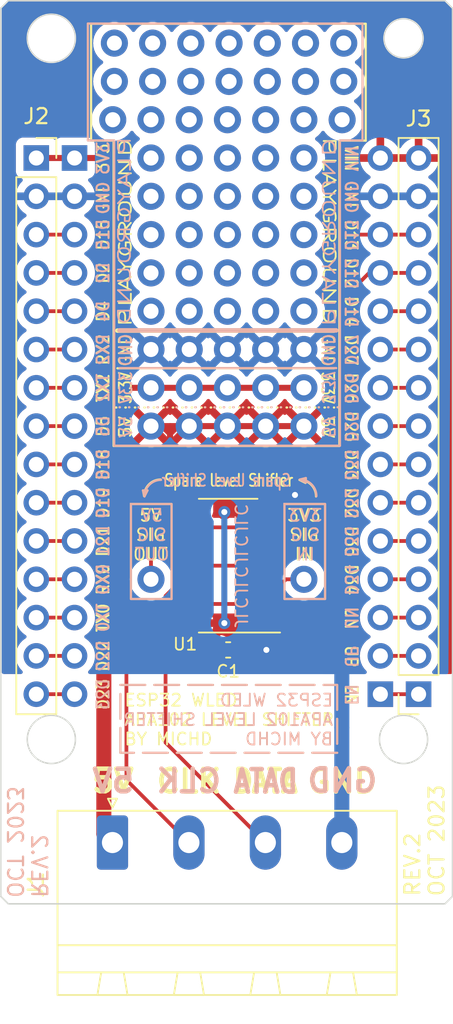
<source format=kicad_pcb>
(kicad_pcb (version 20221018) (generator pcbnew)
  (title_block (title "ESP32 WLED APA102 Level Shifter") (date "2023-10-08") (rev "2") (company "MichD"))
  (layers (0 "F.Cu" signal) (31 "B.Cu" signal) (34 "B.Paste" user) (35 "F.Paste" user) (36 "B.SilkS" user "B.Silkscreen") (37 "F.SilkS" user "F.Silkscreen") (38 "B.Mask" user) (39 "F.Mask" user) (44 "Edge.Cuts" user))
  (net 0 "")
  (net 1 "+5V")
  (net 2 "GND")
  (net 3 "/CLK_5V")
  (net 4 "/DATA_5V")
  (net 5 "Net-(J2-Pin_3)")
  (net 6 "Net-(J2-Pin_4)")
  (net 7 "Net-(J2-Pin_5)")
  (net 8 "Net-(J2-Pin_6)")
  (net 9 "Net-(J2-Pin_7)")
  (net 10 "Net-(J2-Pin_8)")
  (net 11 "Net-(J2-Pin_9)")
  (net 12 "Net-(J2-Pin_10)")
  (net 13 "Net-(J2-Pin_11)")
  (net 14 "Net-(J2-Pin_12)")
  (net 15 "Net-(J2-Pin_13)")
  (net 16 "Net-(J2-Pin_14)")
  (net 17 "Net-(J2-Pin_15)")
  (net 18 "Net-(J3-Pin_1)")
  (net 19 "Net-(J3-Pin_2)")
  (net 20 "Net-(J3-Pin_3)")
  (net 21 "Net-(J3-Pin_4)")
  (net 22 "Net-(J3-Pin_5)")
  (net 23 "Net-(J3-Pin_6)")
  (net 24 "Net-(J3-Pin_7)")
  (net 25 "Net-(J3-Pin_8)")
  (net 26 "Net-(J3-Pin_9)")
  (net 27 "Net-(J3-Pin_10)")
  (net 28 "Net-(J3-Pin_11)")
  (net 29 "/DATA_3V3")
  (net 30 "/CLK_3V3")
  (net 31 "Net-(U1-Pad13)")
  (net 32 "Net-(U1-Pad6)")
  (net 33 "+3.3V")
  (net 34 "Net-(TP1-Pad1)")
  (net 35 "Net-(U1-Pad11)")
  (net 36 "Net-(TP2-Pad1)")
  (footprint "Connector_Phoenix_MSTB:PhoenixContact_MSTBA_2,5_4-G-5,08_1x04_P5.08mm_Horizontal" (layer "F.Cu") (at 138.672 114.554)
    (fp_text reference "J1")
    (fp_text value "Conn_01x04_Female")
  )
  (footprint "" (layer "F.Cu") (at 141.232 79.314)
    (fp_text reference "")
    (fp_text value "")
  )
  (footprint "" (layer "F.Cu") (at 151.392 79.314)
    (fp_text reference "")
    (fp_text value "")
  )
  (footprint "" (layer "F.Cu") (at 141.34 61.534)
    (fp_text reference "")
    (fp_text value "")
  )
  (footprint "Connector_PinSocket_2.54mm:PinSocket_1x15_P2.54mm_Vertical" (layer "F.Cu") (at 133.612 69.154)
    (fp_text reference "J2")
    (fp_text value "Conn_01x15_Female" hide)
  )
  (footprint "" (layer "F.Cu") (at 141.232 81.854)
    (fp_text reference "")
    (fp_text value "")
  )
  (footprint "" (layer "F.Cu") (at 151.392 76.774)
    (fp_text reference "")
    (fp_text value "")
  )
  (footprint "" (layer "F.Cu") (at 146.312 84.394)
    (fp_text reference "")
    (fp_text value "")
  )
  (footprint "" (layer "F.Cu") (at 153.932 66.614)
    (fp_text reference "")
    (fp_text value "")
  )
  (footprint "" (layer "F.Cu") (at 148.852 79.314)
    (fp_text reference "")
    (fp_text value "")
  )
  (footprint "" (layer "F.Cu") (at 151.392 71.694)
    (fp_text reference "")
    (fp_text value "")
  )
  (footprint "" (layer "F.Cu") (at 143.772 76.774)
    (fp_text reference "")
    (fp_text value "")
  )
  (footprint "" (layer "F.Cu") (at 146.312 74.234)
    (fp_text reference "")
    (fp_text value "")
  )
  (footprint "" (layer "F.Cu") (at 138.692 66.614)
    (fp_text reference "")
    (fp_text value "")
  )
  (footprint "" (layer "F.Cu") (at 148.852 84.394)
    (fp_text reference "")
    (fp_text value "")
  )
  (footprint "" (layer "F.Cu") (at 143.772 74.234)
    (fp_text reference "")
    (fp_text value "")
  )
  (footprint "" (layer "F.Cu") (at 141.232 71.694)
    (fp_text reference "")
    (fp_text value "")
  )
  (footprint "" (layer "F.Cu") (at 143.88 64.074)
    (fp_text reference "")
    (fp_text value "")
  )
  (footprint "Connector_PinSocket_2.54mm:PinSocket_1x15_P2.54mm_Vertical" (layer "F.Cu") (at 156.472 104.714 180)
    (fp_text reference "J5" hide)
    (fp_text value "Conn_01x15_Female" hide)
  )
  (footprint "" (layer "F.Cu") (at 148.96 64.074)
    (fp_text reference "")
    (fp_text value "")
  )
  (footprint "" (layer "F.Cu") (at 146.312 81.854)
    (fp_text reference "")
    (fp_text value "")
  )
  (footprint "" (layer "F.Cu") (at 148.852 86.934)
    (fp_text reference "")
    (fp_text value "")
  )
  (footprint "" (layer "F.Cu") (at 143.772 81.854)
    (fp_text reference "")
    (fp_text value "")
  )
  (footprint "" (layer "F.Cu") (at 148.852 71.694)
    (fp_text reference "")
    (fp_text value "")
  )
  (footprint "" (layer "F.Cu") (at 143.772 79.314)
    (fp_text reference "")
    (fp_text value "")
  )
  (footprint "" (layer "F.Cu") (at 141.232 69.154)
    (fp_text reference "")
    (fp_text value "")
  )
  (footprint "" (layer "F.Cu") (at 143.772 66.614)
    (fp_text reference "")
    (fp_text value "")
  )
  (footprint "" (layer "F.Cu") (at 141.232 74.234)
    (fp_text reference "")
    (fp_text value "")
  )
  (footprint "" (layer "F.Cu") (at 151.392 81.854)
    (fp_text reference "")
    (fp_text value "")
  )
  (footprint "" (layer "F.Cu") (at 148.852 81.854)
    (fp_text reference "")
    (fp_text value "")
  )
  (footprint "" (layer "F.Cu") (at 148.96 61.534)
    (fp_text reference "")
    (fp_text value "")
  )
  (footprint "" (layer "F.Cu") (at 154.04 61.534)
    (fp_text reference "")
    (fp_text value "")
  )
  (footprint "" (layer "F.Cu") (at 141.232 84.394)
    (fp_text reference "")
    (fp_text value "")
  )
  (footprint "" (layer "F.Cu") (at 151.392 74.234)
    (fp_text reference "")
    (fp_text value "")
  )
  (footprint "" (layer "F.Cu") (at 146.312 86.934)
    (fp_text reference "")
    (fp_text value "")
  )
  (footprint "Connector_PinSocket_2.54mm:PinSocket_1x15_P2.54mm_Vertical" (layer "F.Cu") (at 136.152 69.154)
    (fp_text reference "J4" hide)
    (fp_text value "Conn_01x15_Female" hide)
  )
  (footprint "" (layer "F.Cu") (at 141.34 64.074)
    (fp_text reference "")
    (fp_text value "")
  )
  (footprint "" (layer "F.Cu") (at 146.312 66.614)
    (fp_text reference "")
    (fp_text value "")
  )
  (footprint "" (layer "F.Cu") (at 151.392 84.394)
    (fp_text reference "")
    (fp_text value "")
  )
  (footprint "" (layer "F.Cu") (at 141.232 76.774)
    (fp_text reference "")
    (fp_text value "")
  )
  (footprint "" (layer "F.Cu") (at 151.5 64.074)
    (fp_text reference "")
    (fp_text value "")
  )
  (footprint "" (layer "F.Cu") (at 138.8 64.074)
    (fp_text reference "")
    (fp_text value "")
  )
  (footprint "Package_SO:SOIC-14_3.9x8.7mm_P1.27mm" (layer "F.Cu") (at 146.36 96.19 180)
    (fp_text reference "U1")
    (fp_text value "CD40106")
  )
  (footprint "Connector_PinSocket_2.54mm:PinSocket_1x15_P2.54mm_Vertical" (layer "F.Cu") (at 159.012 104.714 180)
    (fp_text reference "J3")
    (fp_text value "Conn_01x15_Female" hide)
  )
  (footprint "" (layer "F.Cu") (at 141.232 86.934)
    (fp_text reference "")
    (fp_text value "")
  )
  (footprint "" (layer "F.Cu") (at 148.852 66.614)
    (fp_text reference "")
    (fp_text value "")
  )
  (footprint "" (layer "F.Cu") (at 146.312 76.774)
    (fp_text reference "")
    (fp_text value "")
  )
  (footprint "" (layer "F.Cu") (at 146.42 61.534)
    (fp_text reference "")
    (fp_text value "")
  )
  (footprint "" (layer "F.Cu") (at 146.312 69.154)
    (fp_text reference "")
    (fp_text value "")
  )
  (footprint "" (layer "F.Cu") (at 143.772 69.154)
    (fp_text reference "")
    (fp_text value "")
  )
  (footprint "" (layer "F.Cu") (at 154.04 64.074)
    (fp_text reference "")
    (fp_text value "")
  )
  (footprint "" (layer "F.Cu") (at 141.232 66.614)
    (fp_text reference "")
    (fp_text value "")
  )
  (footprint "" (layer "F.Cu") (at 146.312 71.694)
    (fp_text reference "")
    (fp_text value "")
  )
  (footprint "" (layer "F.Cu") (at 143.772 84.394)
    (fp_text reference "")
    (fp_text value "")
  )
  (footprint "Capacitor_SMD:C_0603_1608Metric" (layer "F.Cu") (at 146.36 101.778)
    (fp_text reference "C1")
    (fp_text value "100n")
  )
  (footprint "" (layer "F.Cu") (at 143.772 86.934)
    (fp_text reference "")
    (fp_text value "")
  )
  (footprint "TestPoint:TestPoint_THTPad_D2.0mm_Drill1.0mm" (layer "F.Cu") (at 151.392 97.094)
    (fp_text reference "TP1" hide)
    (fp_text value "TestPoint" hide)
  )
  (footprint "" (layer "F.Cu") (at 148.852 76.774)
    (fp_text reference "")
    (fp_text value "")
  )
  (footprint "" (layer "F.Cu") (at 151.392 66.614)
    (fp_text reference "")
    (fp_text value "")
  )
  (footprint "TestPoint:TestPoint_THTPad_D2.0mm_Drill1.0mm" (layer "F.Cu") (at 141.232 97.094)
    (fp_text reference "TP2" hide)
    (fp_text value "TestPoint" hide)
  )
  (footprint "" (layer "F.Cu") (at 151.392 87)
    (fp_text reference "")
    (fp_text value "")
  )
  (footprint "" (layer "F.Cu") (at 148.852 69.154)
    (fp_text reference "")
    (fp_text value "")
  )
  (footprint "" (layer "F.Cu") (at 151.5 61.534)
    (fp_text reference "")
    (fp_text value "")
  )
  (footprint "" (layer "F.Cu") (at 146.42 64.074)
    (fp_text reference "")
    (fp_text value "")
  )
  (footprint "" (layer "F.Cu") (at 148.852 74.234)
    (fp_text reference "")
    (fp_text value "")
  )
  (footprint "" (layer "F.Cu") (at 151.392 69.5)
    (fp_text reference "")
    (fp_text value "")
  )
  (footprint "" (layer "F.Cu") (at 146.312 79.314)
    (fp_text reference "")
    (fp_text value "")
  )
  (footprint "" (layer "F.Cu") (at 143.88 61.534)
    (fp_text reference "")
    (fp_text value "")
  )
  (footprint "" (layer "F.Cu") (at 138.8 61.5)
    (fp_text reference "")
    (fp_text value "")
  )
  (footprint "" (layer "F.Cu") (at 143.772 71.694)
    (fp_text reference "")
    (fp_text value "")
  )
  (gr_line (start 153.788 67.986) (end 153.788 88.236) (stroke (width 0.15)) (layer "B.SilkS"))
  (gr_line (start 138.788 88.236) (end 138.788 67.986) (stroke (width 0.15)) (layer "B.SilkS"))
  (gr_line (start 139.138 80.586) (end 153.538 80.586) (stroke (width 0.3)) (layer "B.SilkS"))
  (gr_arc (start 140.799998 91.599998) (mid 141.122181 90.822181) (end 141.899998 90.499998) (stroke (width 0.15)) (layer "B.SilkS"))
  (gr_line (start 138.788 67.986) (end 138.538 67.986) (stroke (width 0.15)) (layer "B.SilkS"))
  (gr_rect (start 150.1 98.4) (end 152.8 92.1) (stroke (width 0.15)) (fill none) (layer "B.SilkS"))
  (gr_arc (start 151.122183 90.477817) (mid 151.9 90.8) (end 152.222183 91.577817) (stroke (width 0.15)) (layer "B.SilkS"))
  (gr_line (start 155.288 60.236) (end 155.288 67.986) (stroke (width 0.15)) (layer "B.SilkS"))
  (gr_line (start 140.999998 91.199998) (end 140.699998 91.199998) (stroke (width 0.15)) (layer "B.SilkS"))
  (gr_line (start 139.138 83.086) (end 153.538 83.086) (stroke (width 0.15)) (layer "B.SilkS"))
  (gr_line (start 151.122183 90.477817) (end 151.522183 90.677817) (stroke (width 0.15)) (layer "B.SilkS"))
  (gr_line (start 140.699998 91.199998) (end 140.799998 91.599998) (stroke (width 0.15)) (layer "B.SilkS"))
  (gr_line (start 140.799998 91.599998) (end 140.999998 91.199998) (stroke (width 0.15)) (layer "B.SilkS"))
  (gr_line (start 155.288 67.986) (end 153.788 67.986) (stroke (width 0.15)) (layer "B.SilkS"))
  (gr_line (start 151.522183 90.677817) (end 151.522183 90.377817) (stroke (width 0.15)) (layer "B.SilkS"))
  (gr_line (start 153.788 88.236) (end 138.788 88.236) (stroke (width 0.15)) (layer "B.SilkS"))
  (gr_rect (start 139.2 108.6) (end 153.6 104.1) (stroke (width 0.15) (type dash)) (fill none) (layer "B.SilkS"))
  (gr_line (start 139.138 85.686) (end 153.638 85.686) (stroke (width 0.15) (type dot)) (layer "B.SilkS"))
  (gr_line (start 137.038 60.236) (end 155.288 60.236) (stroke (width 0.15)) (layer "B.SilkS"))
  (gr_line (start 151.522183 90.377817) (end 151.122183 90.477817) (stroke (width 0.15)) (layer "B.SilkS"))
  (gr_line (start 138.538 67.986) (end 137.038 67.986) (stroke (width 0.15)) (layer "B.SilkS"))
  (gr_rect (start 139.9 98.4) (end 142.6 92.1) (stroke (width 0.15)) (fill none) (layer "B.SilkS"))
  (gr_line (start 137.038 67.986) (end 137.038 60.236) (stroke (width 0.15)) (layer "B.SilkS"))
  (gr_line (start 138.9 85.7) (end 153.4 85.7) (stroke (width 0.15) (type dot)) (layer "F.SilkS"))
  (gr_line (start 138.75 68) (end 137.25 68) (stroke (width 0.15)) (layer "F.SilkS"))
  (gr_line (start 140.7 91.2) (end 141 91.2) (stroke (width 0.15)) (layer "F.SilkS"))
  (gr_rect (start 150.1 92.1) (end 152.8 98.4) (stroke (width 0.15)) (fill none) (layer "F.SilkS"))
  (gr_rect (start 139.2 104.1) (end 153.6 108.6) (stroke (width 0.15) (type dash)) (fill none) (layer "F.SilkS"))
  (gr_line (start 153.75 88.25) (end 138.75 88.25) (stroke (width 0.15)) (layer "F.SilkS"))
  (gr_arc (start 140.777817 91.577817) (mid 141.1 90.8) (end 141.877817 90.477817) (stroke (width 0.15)) (layer "F.SilkS"))
  (gr_line (start 151.5 90.7) (end 151.1 90.5) (stroke (width 0.15)) (layer "F.SilkS"))
  (gr_line (start 139 80.6) (end 153.4 80.6) (stroke (width 0.3)) (layer "F.SilkS"))
  (gr_arc (start 151.1 90.5) (mid 151.877817 90.822183) (end 152.2 91.6) (stroke (width 0.15)) (layer "F.SilkS"))
  (gr_line (start 151.5 90.4) (end 151.5 90.7) (stroke (width 0.15)) (layer "F.SilkS"))
  (gr_line (start 137.25 60.25) (end 155.5 60.25) (stroke (width 0.15)) (layer "F.SilkS"))
  (gr_line (start 138.75 88.25) (end 138.75 68) (stroke (width 0.15)) (layer "F.SilkS"))
  (gr_line (start 139 83.1) (end 153.4 83.1) (stroke (width 0.15)) (layer "F.SilkS"))
  (gr_line (start 137.25 68) (end 137.25 60.25) (stroke (width 0.15)) (layer "F.SilkS"))
  (gr_line (start 154 68) (end 153.75 68) (stroke (width 0.15)) (layer "F.SilkS"))
  (gr_rect (start 139.9 92.1) (end 142.6 98.4) (stroke (width 0.15)) (fill none) (layer "F.SilkS"))
  (gr_line (start 151.1 90.5) (end 151.5 90.4) (stroke (width 0.15)) (layer "F.SilkS"))
  (gr_line (start 155.5 60.25) (end 155.5 68) (stroke (width 0.15)) (layer "F.SilkS"))
  (gr_line (start 140.777817 91.577817) (end 140.7 91.2) (stroke (width 0.15)) (layer "F.SilkS"))
  (gr_line (start 155.5 68) (end 154 68) (stroke (width 0.15)) (layer "F.SilkS"))
  (gr_line (start 141 91.2) (end 140.777817 91.577817) (stroke (width 0.15)) (layer "F.SilkS"))
  (gr_line (start 153.75 68) (end 153.75 88.25) (stroke (width 0.15)) (layer "F.SilkS"))
  (gr_line (start 131.75 118.618) (end 160.766 118.618) (stroke (width 0.1)) (layer "Edge.Cuts"))
  (gr_circle locked (center 134.612 107.714) (end 136.212 107.714) (stroke (width 0.1)) (fill none) (layer "Edge.Cuts"))
  (gr_line (start 160.766 58.725) (end 161.266 59.225) (stroke (width 0.1)) (layer "Edge.Cuts"))
  (gr_line (start 131.25 59.225) (end 131.75 58.725) (stroke (width 0.1)) (layer "Edge.Cuts"))
  (gr_line (start 131.25 59.225) (end 131.25 118.118) (stroke (width 0.1)) (layer "Edge.Cuts"))
  (gr_circle locked (center 158.012 107.714) (end 159.612 107.714) (stroke (width 0.1)) (fill none) (layer "Edge.Cuts"))
  (gr_line (start 161.266 118.118) (end 161.266 59.225) (stroke (width 0.1)) (layer "Edge.Cuts"))
  (gr_line (start 131.25 118.118) (end 131.75 118.618) (stroke (width 0.1)) (layer "Edge.Cuts"))
  (gr_line (start 160.766 58.725) (end 131.75 58.725) (stroke (width 0.1)) (layer "Edge.Cuts"))
  (gr_circle locked (center 134.612 61.214) (end 136.212 61.214) (stroke (width 0.1)) (fill none) (layer "Edge.Cuts"))
  (gr_circle locked (center 158.012 61.214) (end 159.312 61.214) (stroke (width 0.1)) (fill none) (layer "Edge.Cuts"))
  (gr_line (start 160.766 118.618) (end 161.266 118.118) (stroke (width 0.1)) (layer "Edge.Cuts"))
  (gr_text "" (at 138.498 61.52) (layer "B.SilkS") (effects (font (size 1.27 1.27)) (justify mirror)))
  (gr_text "" (at 141.146 74.22) (layer "B.SilkS") (effects (font (size 1.27 1.27)) (justify mirror)))
  (gr_text "" (at 146.226 76.76) (layer "B.SilkS") (effects (font (size 1.27 1.27)) (justify mirror)))
  (gr_text "" (at 153.846 66.6) (layer "B.SilkS") (effects (font (size 1.27 1.27)) (justify mirror)))
  (gr_text "D26" (at 154.5336 84.4296 270) (layer "B.SilkS") (effects (font (size 0.8 0.7) (thickness 0.13)) (justify mirror)))
  (gr_text "" (at 143.578 61.52) (layer "B.SilkS") (effects (font (size 1.27 1.27)) (justify mirror)))
  (gr_text "" (at 151.306 71.68) (layer "B.SilkS") (effects (font (size 1.27 1.27)) (justify mirror)))
  (gr_text "" (at 143.686 76.76) (layer "B.SilkS") (effects (font (size 1.27 1.27)) (justify mirror)))
  (gr_text "" (at 151.306 84.38) (layer "B.SilkS") (effects (font (size 1.27 1.27)) (justify mirror)))
  (gr_text "PLAYGROUND" (at 152.538 74.086 -90) (layer "B.SilkS") (effects (font (size 0.8 1.3) (thickness 0.12)) (justify bottom mirror)))
  (gr_text "" (at 143.578 64.06) (layer "B.SilkS") (effects (font (size 1.27 1.27)) (justify mirror)))
  (gr_text "" (at 148.766 69.14) (layer "B.SilkS") (effects (font (size 1.27 1.27)) (justify mirror)))
  (gr_text "GND" (at 154.5336 71.7296 270) (layer "B.SilkS") (effects (font (size 0.8 0.7) (thickness 0.13)) (justify mirror)))
  (gr_text "" (at 148.766 81.84) (layer "B.SilkS") (effects (font (size 1.27 1.27)) (justify mirror)))
  (gr_text "REV.2\nOCT 2023" (at 131.6 118.3 -90) (layer "B.SilkS") (effects (font (size 1 1)) (justify left bottom mirror)))
  (gr_text "" (at 141.146 76.76) (layer "B.SilkS") (effects (font (size 1.27 1.27)) (justify mirror)))
  (gr_text "" (at 143.686 86.92) (layer "B.SilkS") (effects (font (size 1.27 1.27)) (justify mirror)))
  (gr_text "" (at 148.766 81.84) (layer "B.SilkS") (effects (font (size 1.27 1.27)) (justify mirror)))
  (gr_text "" (at 141.146 66.6) (layer "B.SilkS") (effects (font (size 1.27 1.27)) (justify mirror)))
  (gr_text "" (at 138.498 64.06) (layer "B.SilkS") (effects (font (size 1.27 1.27)) (justify mirror)))
  (gr_text "" (at 148.766 84.38) (layer "B.SilkS") (effects (font (size 1.27 1.27)) (justify mirror)))
  (gr_text "D22" (at 138.049 102.1842 90) (layer "B.SilkS") (effects (font (size 0.8 0.7) (thickness 0.13)) (justify mirror)))
  (gr_text "D18" (at 138.049 89.4842 90) (layer "B.SilkS") (effects (font (size 0.8 0.7) (thickness 0.13)) (justify mirror)))
  (gr_text "" (at 148.766 66.6) (layer "B.SilkS") (effects (font (size 1.27 1.27)) (justify mirror)))
  (gr_text "UP" (at 154.5336 102.2096 270) (layer "B.SilkS") (effects (font (size 0.8 0.7) (thickness 0.13)) (justify mirror)))
  (gr_text "" (at 151.306 81.84) (layer "B.SilkS") (effects (font (size 1.27 1.27)) (justify mirror)))
  (gr_text "" (at 151.306 86.92) (layer "B.SilkS") (effects (font (size 1.27 1.27)) (justify mirror)))
  (gr_text "" (at 146.118 61.52) (layer "B.SilkS") (effects (font (size 1.27 1.27)) (justify mirror)))
  (gr_text "" (at 148.766 76.76) (layer "B.SilkS") (effects (font (size 1.27 1.27)) (justify mirror)))
  (gr_text "RX2" (at 138.049 81.8642 90) (layer "B.SilkS") (effects (font (size 0.8 0.7) (thickness 0.13)) (justify mirror)))
  (gr_text "" (at 143.686 74.22) (layer "B.SilkS") (effects (font (size 1.27 1.27)) (justify mirror)))
  (gr_text "" (at 151.198 64.06) (layer "B.SilkS") (effects (font (size 1.27 1.27)) (justify mirror)))
  (gr_text "RX0" (at 138.049 97.1042 90) (layer "B.SilkS") (effects (font (size 0.8 0.7) (thickness 0.13)) (justify mirror)))
  (gr_text "" (at 151.306 79.3) (layer "B.SilkS") (effects (font (size 1.27 1.27)) (justify mirror)))
  (gr_text "" (at 151.198 61.52) (layer "B.SilkS") (effects (font (size 1.27 1.27)) (justify mirror)))
  (gr_text "" (at 146.118 64.06) (layer "B.SilkS") (effects (font (size 1.27 1.27)) (justify mirror)))
  (gr_text "JLCJLCJLCJLC" (at 147.2 100.4 270) (layer "B.SilkS") (effects (font (size 0.8 0.8) (thickness 0.12)) (justify left mirror)))
  (gr_text "" (at 143.686 84.38) (layer "B.SilkS") (effects (font (size 1.27 1.27)) (justify mirror)))
  (gr_text "" (at 141.146 79.3) (layer "B.SilkS") (effects (font (size 1.27 1.27)) (justify mirror)))
  (gr_text "" (at 146.226 79.3) (layer "B.SilkS") (effects (font (size 1.27 1.27)) (justify mirror)))
  (gr_text "" (at 148.766 66.6) (layer "B.SilkS") (effects (font (size 1.27 1.27)) (justify mirror)))
  (gr_text "" (at 141.146 84.38) (layer "B.SilkS") (effects (font (size 1.27 1.27)) (justify mirror)))
  (gr_text "" (at 138.606 66.6) (layer "B.SilkS") (effects (font (size 1.27 1.27)) (justify mirror)))
  (gr_text "" (at 138.498 61.52) (layer "B.SilkS") (effects (font (size 1.27 1.27)) (justify mirror)))
  (gr_text "Spare level Shifter" (at 146.224856 91) (layer "B.SilkS") (effects (font (size 0.8 0.6) (thickness 0.12)) (justify bottom mirror)))
  (gr_text "GND\n" (at 138.049 71.8058 90) (layer "B.SilkS") (effects (font (size 0.8 0.7) (thickness 0.13)) (justify mirror)))
  (gr_text "" (at 143.686 69.14) (layer "B.SilkS") (effects (font (size 1.27 1.27)) (justify mirror)))
  (gr_text "" (at 141.146 86.986) (layer "B.SilkS") (effects (font (size 1.27 1.27)) (justify mirror)))
  (gr_text "D5" (at 138.049 86.9442 90) (layer "B.SilkS") (effects (font (size 0.8 0.7) (thickness 0.13)) (justify mirror)))
  (gr_text "GND" (at 140.038 81.886 -270) (layer "B.SilkS") (effects (font (size 0.8 0.7) (thickness 0.12) bold) (justify bottom mirror)))
  (gr_text "3.3V" (at 152.538 84.386 -90) (layer "B.SilkS") (effects (font (size 0.8 0.65) (thickness 0.12)) (justify bottom mirror)))
  (gr_text "" (at 138.606 66.6) (layer "B.SilkS") (effects (font (size 1.27 1.27)) (justify mirror)))
  (gr_text "" (at 141.146 81.84) (layer "B.SilkS") (effects (font (size 1.27 1.27)) (justify mirror)))
  (gr_text "" (at 148.658 61.52) (layer "B.SilkS") (effects (font (size 1.27 1.27)) (justify mirror)))
  (gr_text "GND" (at 153.95 110.45) (layer "B.SilkS") (effects (font (size 1.5 1.5) (thickness 0.3)) (justify mirror)))
  (gr_text "" (at 151.306 69.14) (layer "B.SilkS") (effects (font (size 1.27 1.27)) (justify mirror)))
  (gr_text "" (at 141.038 64.06) (layer "B.SilkS") (effects (font (size 1.27 1.27)) (justify mirror)))
  (gr_text "" (at 141.146 79.3) (layer "B.SilkS") (effects (font (size 1.27 1.27)) (justify mirror)))
  (gr_text "" (at 151.306 74.22) (layer "B.SilkS") (effects (font (size 1.27 1.27)) (justify mirror)))
  (gr_text "3V3\nSIG\nIN" (at 151.5 95.9) (layer "B.SilkS") (effects (font (size 0.8 0.8) (thickness 0.12)) (justify bottom mirror)))
  (gr_text "" (at 146.226 71.68) (layer "B.SilkS") (effects (font (size 1.27 1.27)) (justify mirror)))
  (gr_text "" (at 146.226 74.22) (layer "B.SilkS") (effects (font (size 1.27 1.27)) (justify mirror)))
  (gr_text "DATA" (at 148.85 110.5) (layer "B.SilkS") (effects (font (size 1.5 1.2) (thickness 0.3)) (justify mirror)))
  (gr_text "" (at 138.498 64.06) (layer "B.SilkS") (effects (font (size 1.27 1.27)) (justify mirror)))
  (gr_text "D23" (at 138.049 104.7242 90) (layer "B.SilkS") (effects (font (size 0.8 0.7) (thickness 0.13)) (justify mirror)))
  (gr_text "" (at 153.738 61.486) (layer "B.SilkS") (effects (font (size 1.27 1.27)) (justify mirror)))
  (gr_text "" (at 146.226 66.6) (layer "B.SilkS") (effects (font (size 1.27 1.27)) (justify mirror)))
  (gr_text "" (at 141.038 64.06) (layer "B.SilkS") (effects (font (size 1.27 1.27)) (justify mirror)))
  (gr_text "D25" (at 154.5336 86.9696 270) (layer "B.SilkS") (effects (font (size 0.8 0.7) (thickness 0.13)) (justify mirror)))
  (gr_text "" (at 141.146 69.486) (layer "B.SilkS") (effects (font (size 1.27 1.27)) (justify mirror)))
  (gr_text "5V\nSIG\nOUT" (at 141.3 95.9) (layer "B.SilkS") (effects (font (size 0.8 0.8) (thickness 0.12)) (justify bottom mirror)))
  (gr_text "" (at 153.738 64.06) (layer "B.SilkS") (effects (font (size 1.27 1.27)) (justify mirror)))
  (gr_text "" (at 153.738 61.486) (layer "B.SilkS") (effects (font (size 1.27 1.27)) (justify mirror)))
  (gr_text "" (at 141.146 84.38) (layer "B.SilkS") (effects (font (size 1.27 1.27)) (justify mirror)))
  (gr_text "" (at 143.686 69.14) (layer "B.SilkS") (effects (font (size 1.27 1.27)) (justify mirror)))
  (gr_text "" (at 151.306 69.14) (layer "B.SilkS") (effects (font (size 1.27 1.27)) (justify mirror)))
  (gr_text "D2" (at 138.049 76.7842 90) (layer "B.SilkS") (effects (font (size 0.8 0.7) (thickness 0.13)) (justify mirror)))
  (gr_text "" (at 146.226 84.38) (layer "B.SilkS") (effects (font (size 1.27 1.27)) (justify mirror)))
  (gr_text "" (at 141.146 71.68) (layer "B.SilkS") (effects (font (size 1.27 1.27)) (justify mirror)))
  (gr_text "" (at 146.226 84.38) (layer "B.SilkS") (effects (font (size 1.27 1.27)) (justify mirror)))
  (gr_text "" (at 146.226 74.22) (layer "B.SilkS") (effects (font (size 1.27 1.27)) (justify mirror)))
  (gr_text "" (at 151.306 76.76) (layer "B.SilkS") (effects (font (size 1.27 1.27)) (justify mirror)))
  (gr_text "5V" (at 152.538 86.986 -90) (layer "B.SilkS") (effects (font (size 0.8 0.8) (thickness 0.12)) (justify bottom mirror)))
  (gr_text "5V" (at 140.038 86.986 -270) (layer "B.SilkS") (effects (font (size 0.8 0.8) (thickness 0.12)) (justify bottom mirror)))
  (gr_text "" (at 148.766 86.92) (layer "B.SilkS") (effects (font (size 1.27 1.27)) (justify mirror)))
  (gr_text "" (at 141.146 74.22) (layer "B.SilkS") (effects (font (size 1.27 1.27)) (justify mirror)))
  (gr_text "" (at 151.306 86.92) (layer "B.SilkS") (effects (font (size 1.27 1.27)) (justify mirror)))
  (gr_text "" (at 143.686 71.68) (layer "B.SilkS") (effects (font (size 1.27 1.27)) (justify mirror)))
  (gr_text "" (at 151.306 81.84) (layer "B.SilkS") (effects (font (size 1.27 1.27)) (justify mirror)))
  (gr_text "" (at 146.226 81.84) (layer "B.SilkS") (effects (font (size 1.27 1.27)) (justify mirror)))
  (gr_text "" (at 146.226 86.92) (layer "B.SilkS") (effects (font (size 1.27 1.27)) (justify mirror)))
  (gr_text "ESP32 WLED\nAPA102 LEVEL SHIFTER\nBY MICHD" (at 153.4 106.4) (layer "B.SilkS") (effects (font (size 0.8 0.8) (thickness 0.12)) (justify left mirror)))
  (gr_text "" (at 151.198 61.52) (layer "B.SilkS") (effects (font (size 1.27 1.27)) (justify mirror)))
  (gr_text "" (at 151.198 64.06) (layer "B.SilkS") (effects (font (size 1.27 1.27)) (justify mirror)))
  (gr_text "D4" (at 138.049 79.3242 90) (layer "B.SilkS") (effects (font (size 0.8 0.7) (thickness 0.13)) (justify mirror)))
  (gr_text "" (at 146.226 69.14) (layer "B.SilkS") (effects (font (size 1.27 1.27)) (justify mirror)))
  (gr_text "" (at 151.306 74.22) (layer "B.SilkS") (effects (font (size 1.27 1.27)) (justify mirror)))
  (gr_text "" (at 148.766 71.68) (layer "B.SilkS") (effects (font (size 1.27 1.27)) (justify mirror)))
  (gr_text "" (at 148.766 74.22) (layer "B.SilkS") (effects (font (size 1.27 1.27)) (justify mirror)))
  (gr_text "" (at 151.306 66.6) (layer "B.SilkS") (effects (font (size 1.27 1.27)) (justify mirror)))
  (gr_text "D27" (at 154.5336 81.8896 270) (layer "B.SilkS") (effects (font (size 0.8 0.7) (thickness 0.13)) (justify mirror)))
  (gr_text "" (at 143.578 64.06) (layer "B.SilkS") (effects (font (size 1.27 1.27)) (justify mirror)))
  (gr_text "PLAYGROUND" (at 139.938 73.986 -270) (layer "B.SilkS") (effects (font (size 0.8 1.3) (thickness 0.12)) (justify bottom mirror)))
  (gr_text "D21" (at 138.049 94.5642 90) (layer "B.SilkS") (effects (font (size 0.8 0.7) (thickness 0.13)) (justify mirror)))
  (gr_text "" (at 148.766 86.92) (layer "B.SilkS") (effects (font (size 1.27 1.27)) (justify mirror)))
  (gr_text "" (at 141.146 86.986) (layer "B.SilkS") (effects (font (size 1.27 1.27)) (justify mirror)))
  (gr_text "" (at 143.686 84.38) (layer "B.SilkS") (effects (font (size 1.27 1.27)) (justify mirror)))
  (gr_text "" (at 143.686 86.92) (layer "B.SilkS") (effects (font (size 1.27 1.27)) (justify mirror)))
  (gr_text "" (at 146.226 79.3) (layer "B.SilkS") (effects (font (size 1.27 1.27)) (justify mirror)))
  (gr_text "D32" (at 154.5336 92.0496 270) (layer "B.SilkS") (effects (font (size 0.8 0.7) (thickness 0.13)) (justify mirror)))
  (gr_text "" (at 143.686 71.68) (layer "B.SilkS") (effects (font (size 1.27 1.27)) (justify mirror)))
  (gr_text "" (at 146.226 76.76) (layer "B.SilkS") (effects (font (size 1.27 1.27)) (justify mirror)))
  (gr_text "D19" (at 138.049 92.0242 90) (layer "B.SilkS") (effects (font (size 0.8 0.7) (thickness 0.13)) (justify mirror)))
  (gr_text "" (at 148.658 64.06) (layer "B.SilkS") (effects (font (size 1.27 1.27)) (justify mirror)))
  (gr_text "" (at 143.578 61.52) (layer "B.SilkS") (effects (font (size 1.27 1.27)) (justify mirror)))
  (gr_text "" (at 148.766 71.68) (layer "B.SilkS") (effects (font (size 1.27 1.27)) (justify mirror)))
  (gr_text "" (at 151.306 71.68) (layer "B.SilkS") (effects (font (size 1.27 1.27)) (justify mirror)))
  (gr_text "" (at 146.226 69.14) (layer "B.SilkS") (effects (font (size 1.27 1.27)) (justify mirror)))
  (gr_text "" (at 146.118 64.06) (layer "B.SilkS") (effects (font (size 1.27 1.27)) (justify mirror)))
  (gr_text "" (at 143.686 81.84) (layer "B.SilkS") (effects (font (size 1.27 1.27)) (justify mirror)))
  (gr_text "" (at 146.226 86.92) (layer "B.SilkS") (effects (font (size 1.27 1.27)) (justify mirror)))
  (gr_text "" (at 141.146 71.68) (layer "B.SilkS") (effects (font (size 1.27 1.27)) (justify mirror)))
  (gr_text "UN" (at 154.5336 99.6696 270) (layer "B.SilkS") (effects (font (size 0.8 0.7) (thickness 0.13)) (justify mirror)))
  (gr_text "" (at 141.146 76.76) (layer "B.SilkS") (effects (font (size 1.27 1.27)) (justify mirror)))
  (gr_text "" (at 148.766 76.76) (layer "B.SilkS") (effects (font (size 1.27 1.27)) (justify mirror)))
  (gr_text "5V" (at 138.725 110.475) (layer "B.SilkS") (effects (font (size 1.5 1.5) (thickness 0.3)) (justify mirror)))
  (gr_text "" (at 141.038 61.52) (layer "B.SilkS") (effects (font (size 1.27 1.27)) (justify mirror)))
  (gr_text "" (at 148.658 64.06) (layer "B.SilkS") (effects (font (size 1.27 1.27)) (justify mirror)))
  (gr_text "" (at 141.038 61.52) (layer "B.SilkS") (effects (font (size 1.27 1.27)) (justify mirror)))
  (gr_text "" (at 143.686 81.84) (layer "B.SilkS") (effects (font (size 1.27 1.27)) (justify mirror)))
  (gr_text "D35" (at 154.5336 94.5896 270) (layer "B.SilkS") (effects (font (size 0.8 0.7) (thickness 0.13)) (justify mirror)))
  (gr_text "EN" (at 154.5336 104.7496 270) (layer "B.SilkS") (effects (font (size 0.8 0.7) (thickness 0.13)) (justify mirror)))
  (gr_text "" (at 146.226 71.68) (layer "B.SilkS") (effects (font (size 1.27 1.27)) (justify mirror)))
  (gr_text "" (at 143.686 76.76) (layer "B.SilkS") (effects (font (size 1.27 1.27)) (justify mirror)))
  (gr_text "" (at 146.226 66.6) (layer "B.SilkS") (effects (font (size 1.27 1.27)) (justify mirror)))
  (gr_text "" (at 151.306 76.76) (layer "B.SilkS") (effects (font (size 1.27 1.27)) (justify mirror)))
  (gr_text "GND" (at 152.538 81.886 -90) (layer "B.SilkS") (effects (font (size 0.8 0.7) (thickness 0.12) bold) (justify bottom mirror)))
  (gr_text "" (at 143.686 74.22) (layer "B.SilkS") (effects (font (size 1.27 1.27)) (justify mirror)))
  (gr_text "" (at 143.686 66.6) (layer "B.SilkS") (effects (font (size 1.27 1.27)) (justify mirror)))
  (gr_text "" (at 151.306 84.38) (layer "B.SilkS") (effects (font (size 1.27 1.27)) (justify mirror)))
  (gr_text "VIN" (at 154.5336 69.1896 270) (layer "B.SilkS") (effects (font (size 0.8 0.7) (thickness 0.13)) (justify mirror)))
  (gr_text "" (at 141.146 66.6) (layer "B.SilkS") (effects (font (size 1.27 1.27)) (justify mirror)))
  (gr_text "" (at 146.118 61.52) (layer "B.SilkS") (effects (font (size 1.27 1.27)) (justify mirror)))
  (gr_text "" (at 141.146 81.84) (layer "B.SilkS") (effects (font (size 1.27 1.27)) (justify mirror)))
  (gr_text "" (at 151.306 66.6) (layer "B.SilkS") (effects (font (size 1.27 1.27)) (justify mirror)))
  (gr_text "D14" (at 154.5336 79.3496 270) (layer "B.SilkS") (effects (font (size 0.8 0.7) (thickness 0.13)) (justify mirror)))
  (gr_text "" (at 148.766 79.3) (layer "B.SilkS") (effects (font (size 1.27 1.27)) (justify mirror)))
  (gr_text "TX2" (at 138.049 84.4042 90) (layer "B.SilkS") (effects (font (size 0.8 0.7) (thickness 0.13)) (justify mirror)))
  (gr_text "" (at 143.686 79.3) (layer "B.SilkS") (effects (font (size 1.27 1.27)) (justify mirror)))
  (gr_text "" (at 148.658 61.52) (layer "B.SilkS") (effects (font (size 1.27 1.27)) (justify mirror)))
  (gr_text "" (at 151.306 79.3) (layer "B.SilkS") (effects (font (size 1.27 1.27)) (justify mirror)))
  (gr_text "" (at 143.686 66.6) (layer "B.SilkS") (effects (font (size 1.27 1.27)) (justify mirror)))
  (gr_text "CLK" (at 143.75 110.475) (layer "B.SilkS") (effects (font (size 1.5 1.5) (thickness 0.3)) (justify mirror)))
  (gr_text "" (at 146.226 81.84) (layer "B.SilkS") (effects (font (size 1.27 1.27)) (justify mirror)))
  (gr_text "" (at 143.686 79.3) (layer "B.SilkS") (effects (font (size 1.27 1.27)) (justify mirror)))
  (gr_text "" (at 153.738 64.06) (layer "B.SilkS") (effects (font (size 1.27 1.27)) (justify mirror)))
  (gr_text "D13" (at 154.5336 74.2696 270) (layer "B.SilkS") (effects (font (size 0.8 0.7) (thickness 0.13)) (justify mirror)))
  (gr_text "3V3" (at 138.049 69.1642 90) (layer "B.SilkS") (effects (font (size 0.8 0.8) (thickness 0.13)) (justify mirror)))
  (gr_text "" (at 148.766 69.14) (layer "B.SilkS") (effects (font (size 1.27 1.27)) (justify mirror)))
  (gr_text "" (at 148.766 84.38) (layer "B.SilkS") (effects (font (size 1.27 1.27)) (justify mirror)))
  (gr_text "3.3V" (at 140.038 84.386 -270) (layer "B.SilkS") (effects (font (size 0.8 0.65) (thickness 0.12)) (justify bottom mirror)))
  (gr_text "D12" (at 154.5336 76.8096 270) (layer "B.SilkS") (effects (font (size 0.8 0.7) (thickness 0.13)) (justify mirror)))
  (gr_text "D33" (at 154.5336 89.5096 270) (layer "B.SilkS") (effects (font (size 0.8 0.7) (thickness 0.13)) (justify mirror)))
  (gr_text "TX0" (at 138.049 99.6442 90) (layer "B.SilkS") (effects (font (size 0.8 0.7) (thickness 0.13)) (justify mirror)))
  (gr_text "" (at 153.846 66.6) (layer "B.SilkS") (effects (font (size 1.27 1.27)) (justify mirror)))
  (gr_text "D15" (at 138.049 74.2442 90) (layer "B.SilkS") (effects (font (size 0.8 0.7) (thickness 0.13)) (justify mirror)))
  (gr_text "" (at 148.766 79.3) (layer "B.SilkS") (effects (font (size 1.27 1.27)) (justify mirror)))
  (gr_text "" (at 148.766 74.22) (layer "B.SilkS") (effects (font (size 1.27 1.27)) (justify mirror)))
  (gr_text "" (at 141.146 69.486) (layer "B.SilkS") (effects (font (size 1.27 1.27)) (justify mirror)))
  (gr_text "D34" (at 154.5336 97.1296 270) (layer "B.SilkS") (effects (font (size 0.8 0.7) (thickness 0.13)) (justify mirror)))
  (gr_text "Spare level Shifter" (at 146.4 91) (layer "F.SilkS") (effects (font (size 0.8 0.6) (thickness 0.12)) (justify bottom)))
  (gr_text "3.3V" (at 140 84.4 90) (layer "F.SilkS") (effects (font (size 0.8 0.65) (thickness 0.12)) (justify bottom)))
  (gr_text "D14" (at 154.5336 79.3496 -90) (layer "F.SilkS") (effects (font (size 0.8 0.7) (thickness 0.13))))
  (gr_text "D15" (at 138.049 74.2442 90) (layer "F.SilkS") (effects (font (size 0.8 0.7) (thickness 0.13))))
  (gr_text "DATA" (at 148.85 110.49) (layer "F.SilkS") (effects (font (size 1.5 1.2) (thickness 0.3))))
  (gr_text "RX0" (at 138.049 97.1042 90) (layer "F.SilkS") (effects (font (size 0.8 0.7) (thickness 0.13))))
  (gr_text "D25" (at 154.5336 86.9696 -90) (layer "F.SilkS") (effects (font (size 0.8 0.7) (thickness 0.13))))
  (gr_text "TX0" (at 138.049 99.6442 90) (layer "F.SilkS") (effects (font (size 0.8 0.7) (thickness 0.13))))
  (gr_text "ESP32 WLED\nAPA102 LEVEL SHIFTER\nBY MICHD" (at 139.4 106.4) (layer "F.SilkS") (effects (font (size 0.8 0.8) (thickness 0.12)) (justify left)))
  (gr_text "3V3\nSIG\nIN" (at 151.4 95.9) (layer "F.SilkS") (effects (font (size 0.8 0.8) (thickness 0.12)) (justify bottom)))
  (gr_text "D13" (at 154.5336 74.2696 -90) (layer "F.SilkS") (effects (font (size 0.8 0.7) (thickness 0.13))))
  (gr_text "D12" (at 154.5336 76.8096 -90) (layer "F.SilkS") (effects (font (size 0.8 0.7) (thickness 0.13))))
  (gr_text "D21" (at 138.049 94.5642 90) (layer "F.SilkS") (effects (font (size 0.8 0.7) (thickness 0.13))))
  (gr_text "GND" (at 154.5336 71.7296 -90) (layer "F.SilkS") (effects (font (size 0.8 0.7) (thickness 0.13))))
  (gr_text "" (at 137.533 89.4842) (layer "F.SilkS") (effects (font (size 1.27 1.27))))
  (gr_text "D19" (at 138.049 92.0242 90) (layer "F.SilkS") (effects (font (size 0.8 0.7) (thickness 0.13))))
  (gr_text "D27" (at 154.5336 81.8896 -90) (layer "F.SilkS") (effects (font (size 0.8 0.7) (thickness 0.13))))
  (gr_text "5V" (at 140 87 90) (layer "F.SilkS") (effects (font (size 0.8 0.8) (thickness 0.12)) (justify bottom)))
  (gr_text "D18" (at 138.049 89.4842 90) (layer "F.SilkS") (effects (font (size 0.8 0.7) (thickness 0.13))))
  (gr_text "D32" (at 154.5336 92.0496 -90) (layer "F.SilkS") (effects (font (size 0.8 0.7) (thickness 0.13))))
  (gr_text "TX2" (at 138.049 84.4042 90) (layer "F.SilkS") (effects (font (size 0.8 0.7) (thickness 0.13))))
  (gr_text "D34" (at 154.5336 97.1296 -90) (layer "F.SilkS") (effects (font (size 0.8 0.7) (thickness 0.13))))
  (gr_text "VIN" (at 154.5336 69.1896 -90) (layer "F.SilkS") (effects (font (size 0.8 0.7) (thickness 0.13))))
  (gr_text "RX2" (at 138.049 81.8642 90) (layer "F.SilkS") (effects (font (size 0.8 0.7) (thickness 0.13))))
  (gr_text "GND" (at 140 81.9 90) (layer "F.SilkS") (effects (font (size 0.8 0.7) (thickness 0.12) bold) (justify bottom)))
  (gr_text "UN" (at 154.5336 99.6696 -90) (layer "F.SilkS") (effects (font (size 0.8 0.7) (thickness 0.13))))
  (gr_text "3V3" (at 138.049 69.1642 90) (layer "F.SilkS") (effects (font (size 0.8 0.7) (thickness 0.13))))
  (gr_text "D33" (at 154.5336 89.5096 -90) (layer "F.SilkS") (effects (font (size 0.8 0.7) (thickness 0.13))))
  (gr_text "5V" (at 138.7 110.475) (layer "F.SilkS") (effects (font (size 1.5 1.5) (thickness 0.3))))
  (gr_text "D2" (at 138.049 76.7842 90) (layer "F.SilkS") (effects (font (size 0.8 0.7) (thickness 0.13))))
  (gr_text "D5" (at 138.049 86.9442 90) (layer "F.SilkS") (effects (font (size 0.8 0.7) (thickness 0.13))))
  (gr_text "GND" (at 153.95 110.49) (layer "F.SilkS") (effects (font (size 1.5 1.5) (thickness 0.3))))
  (gr_text "" (at 137.533 89.4842) (layer "F.SilkS") (effects (font (size 1.27 1.27))))
  (gr_text "EN" (at 154.5336 104.7496 -90) (layer "F.SilkS") (effects (font (size 0.8 0.7) (thickness 0.13))))
  (gr_text "5V\nSIG\nOUT" (at 141.2 95.9) (layer "F.SilkS") (effects (font (size 0.8 0.8) (thickness 0.12)) (justify bottom)))
  (gr_text "D4" (at 138.049 79.3242 90) (layer "F.SilkS") (effects (font (size 0.8 0.7) (thickness 0.13))))
  (gr_text "5V" (at 152.5 87 270) (layer "F.SilkS") (effects (font (size 0.8 0.8) (thickness 0.12)) (justify bottom)))
  (gr_text "REV.2\nOCT 2023" (at 160.8 118.2 90) (layer "F.SilkS") (effects (font (size 1 1)) (justify left bottom)))
  (gr_text "D26" (at 154.5336 84.4296 -90) (layer "F.SilkS") (effects (font (size 0.8 0.7) (thickness 0.13))))
  (gr_text "D22" (at 138.049 102.1842 90) (layer "F.SilkS") (effects (font (size 0.8 0.7) (thickness 0.13))))
  (gr_text "PLAYGROUND" (at 152.6 74 270) (layer "F.SilkS") (effects (font (size 0.8 1.3) (thickness 0.12)) (justify bottom)))
  (gr_text "D23" (at 138.049 104.7242 90) (layer "F.SilkS") (effects (font (size 0.8 0.7) (thickness 0.13))))
  (gr_text "UP" (at 154.5336 102.2096 -90) (layer "F.SilkS") (effects (font (size 0.8 0.7) (thickness 0.13))))
  (gr_text "D35" (at 154.5336 94.5896 -90) (layer "F.SilkS") (effects (font (size 0.8 0.7) (thickness 0.13))))
  (gr_text "CLK" (at 143.75 110.49) (layer "F.SilkS") (effects (font (size 1.5 1.5) (thickness 0.3))))
  (gr_text "GND" (at 152.5 81.9 270) (layer "F.SilkS") (effects (font (size 0.8 0.7) (thickness 0.12) bold) (justify bottom)))
  (gr_text "PLAYGROUND" (at 140 74.1 90) (layer "F.SilkS") (effects (font (size 0.8 1.3) (thickness 0.12)) (justify bottom)))
  (gr_text "3.3V" (at 152.5 84.4 270) (layer "F.SilkS") (effects (font (size 0.8 0.65) (thickness 0.12)) (justify bottom)))
  (gr_text "GND\n" (at 138.049 71.8058 90) (layer "F.SilkS") (effects (font (size 0.8 0.7) (thickness 0.13))))
  (segment (start 142.5 88) (end 142.5 88.586) (width 0.4) (layer "F.Cu") (net 1))
  (segment (start 142.5 89.5) (end 142.043 89.043) (width 0.4) (layer "F.Cu") (net 1))
  (segment (start 156.472 69.154) (end 159.012 69.154) (width 0.4) (layer "F.Cu") (net 1))
  (segment (start 143.5 89.586) (end 144.37158 89.586) (width 1) (layer "F.Cu") (net 1))
  (segment (start 142.5 88) (end 142.5 88.5) (width 0.4) (layer "F.Cu") (net 1))
  (segment (start 142.043 89.043) (end 141.5 89.586) (width 0.4) (layer "F.Cu") (net 1))
  (segment (start 142.957 89.043) (end 143.5 89.586) (width 0.4) (layer "F.Cu") (net 1))
  (segment (start 142.5 87.434) (end 142 86.934) (width 0.4) (layer "F.Cu") (net 1))
  (segment (start 140.740505 89.309495) (end 140.740505 89.586) (width 0.25) (layer "F.Cu") (net 1))
  (segment (start 140.740505 89.586) (end 141.5 89.586) (width 1) (layer "F.Cu") (net 1))
  (segment (start 142 86.934) (end 142.5 86.934) (width 0.4) (layer "F.Cu") (net 1))
  (segment (start 141.5 89.586) (end 142 89.586) (width 1) (layer "F.Cu") (net 1))
  (segment (start 144.319427 101.447427) (end 144.243149 101.371149) (width 0.25) (layer "F.Cu") (net 1))
  (segment (start 138.1 113.982) (end 138.1 92.226505) (width 1) (layer "F.Cu") (net 1))
  (segment (start 142.5 88) (end 142.5 87.434) (width 0.4) (layer "F.Cu") (net 1))
  (segment (start 138.1 92.226505) (end 140.740505 89.586) (width 1) (layer "F.Cu") (net 1))
  (segment (start 142.5 88.5) (end 142.5 88.586) (width 0.4) (layer "F.Cu") (net 1))
  (segment (start 143.885 100.5065) (end 143.885 100) (width 0.25) (layer "F.Cu") (net 1))
  (segment (start 142.5 87.5) (end 142.5 87.434) (width 0.4) (layer "F.Cu") (net 1))
  (segment (start 142.5 88.5) (end 142.5 89.586) (width 0.4) (layer "F.Cu") (net 1))
  (segment (start 142 89.586) (end 142.5 89.586) (width 1) (layer "F.Cu") (net 1))
  (segment (start 142.5 87.5) (end 142.5 88) (width 0.4) (layer "F.Cu") (net 1))
  (segment (start 145.1175 101.778) (end 145.585 101.778) (width 0.25) (layer "F.Cu") (net 1))
  (segment (start 142.5 89.5) (end 142.957 89.043) (width 0.4) (layer "F.Cu") (net 1))
  (segment (start 142.5 87.434) (end 143 86.934) (width 0.4) (layer "F.Cu") (net 1))
  (segment (start 138.672 114.554) (end 138.1 113.982) (width 1) (layer "F.Cu") (net 1))
  (segment (start 142.5 86.934) (end 142.5 87.5) (width 0.4) (layer "F.Cu") (net 1))
  (segment (start 142.5 88.586) (end 142.043 89.043) (width 0.4) (layer "F.Cu") (net 1))
  (segment (start 143 86.934) (end 151.392 86.934) (width 0.4) (layer "F.Cu") (net 1))
  (segment (start 142.5 89.586) (end 143.5 89.586) (width 1) (layer "F.Cu") (net 1))
  (segment (start 144.37158 89.586) (end 146.106 91.32042) (width 1) (layer "F.Cu") (net 1))
  (segment (start 142.5 88.586) (end 142.957 89.043) (width 0.4) (layer "F.Cu") (net 1))
  (segment (start 142.5 86.934) (end 143 86.934) (width 0.4) (layer "F.Cu") (net 1))
  (segment (start 141.232 86.934) (end 142 86.934) (width 0.4) (layer "F.Cu") (net 1))
  (segment (start 142.5 89.586) (end 142.5 89.5) (width 0.4) (layer "F.Cu") (net 1))
  (segment (start 146.106 91.32042) (end 146.106 92.634) (width 1) (layer "F.Cu") (net 1))
  (via (at 146.106 92.634) (size 0.8) (drill 0.4) (layers "F.Cu" "B.Cu") (net 1))
  (via (at 146.106 100) (size 0.8) (drill 0.4) (layers "F.Cu" "B.Cu") (net 1))
  (arc (start 144.319427 101.447427) (mid 144.685586 101.692086) (end 145.1175 101.778) (width 0.25) (layer "F.Cu") (net 1))
  (arc (start 143.885 100.5065) (mid 143.978079 100.974444) (end 144.243149 101.371149) (width 0.25) (layer "F.Cu") (net 1))
  (segment (start 146.106 100) (end 146.106 92.634) (width 0.4) (layer "B.Cu") (net 1))
  (segment (start 148.9 101.778) (end 147.135 101.778) (width 0.25) (layer "F.Cu") (net 2))
  (segment (start 149.92 92.38) (end 150.8 91.5) (width 0.25) (layer "F.Cu") (net 2))
  (segment (start 149.4028 92.38) (end 149.92 92.38) (width 0.25) (layer "F.Cu") (net 2))
  (segment (start 133.612 71.694) (end 136.152 71.694) (width 0.4) (layer "F.Cu") (net 2))
  (segment (start 156.472 71.694) (end 159.012 71.694) (width 0.4) (layer "F.Cu") (net 2))
  (via (at 150.8 91.5) (size 0.8) (drill 0.4) (layers "F.Cu" "B.Cu") (net 2))
  (via (at 148.9 101.778) (size 0.8) (drill 0.4) (layers "F.Cu" "B.Cu") (net 2))
  (segment (start 152.0952 100.6856) (end 152.0952 100.6602) (width 1) (layer "B.Cu") (net 2))
  (segment (start 153.912 106.930555) (end 153.912 102.5024) (width 1) (layer "B.Cu") (net 2))
  (segment (start 153.912 106.930555) (end 153.912 114.554) (width 1) (layer "B.Cu") (net 2))
  (segment (start 152.0698 100.6602) (end 152.0952 100.6348) (width 1) (layer "B.Cu") (net 2))
  (segment (start 152.0698 100.6602) (end 152.0698 100.6602) (width 1) (layer "B.Cu") (net 2))
  (segment (start 152.0952 100.6602) (end 152.0698 100.6602) (width 1) (layer "B.Cu") (net 2))
  (segment (start 153.912 102.5024) (end 152.0952 100.6856) (width 1) (layer "B.Cu") (net 2))
  (segment (start 139.6 110.402) (end 139.6 93.7) (width 0.25) (layer "F.Cu") (net 3))
  (segment (start 143.752 114.554) (end 139.6 110.402) (width 0.25) (layer "F.Cu") (net 3))
  (segment (start 140.92 92.38) (end 144.4528 92.38) (width 0.25) (layer "F.Cu") (net 3))
  (segment (start 139.6 93.7) (end 140.92 92.38) (width 0.25) (layer "F.Cu") (net 3))
  (segment (start 142.2 98.2) (end 142.94 97.46) (width 0.25) (layer "F.Cu") (net 4))
  (segment (start 142.2 107.922) (end 142.2 98.2) (width 0.25) (layer "F.Cu") (net 4))
  (segment (start 148.832 114.554) (end 142.2 107.922) (width 0.25) (layer "F.Cu") (net 4))
  (segment (start 142.94 97.46) (end 143.885 97.46) (width 0.25) (layer "F.Cu") (net 4))
  (segment (start 133.612 74.234) (end 136.152 74.234) (width 0.25) (layer "F.Cu") (net 5))
  (segment (start 133.612 76.774) (end 136.152 76.774) (width 0.25) (layer "F.Cu") (net 6))
  (segment (start 133.612 79.314) (end 136.152 79.314) (width 0.25) (layer "F.Cu") (net 7))
  (segment (start 133.612 81.854) (end 136.152 81.854) (width 0.25) (layer "F.Cu") (net 8))
  (segment (start 133.612 84.394) (end 136.152 84.394) (width 0.25) (layer "F.Cu") (net 9))
  (segment (start 133.612 86.934) (end 136.152 86.934) (width 0.25) (layer "F.Cu") (net 10))
  (segment (start 133.612 89.474) (end 136.152 89.474) (width 0.25) (layer "F.Cu") (net 11))
  (segment (start 133.612 92.014) (end 136.152 92.014) (width 0.25) (layer "F.Cu") (net 12))
  (segment (start 133.612 94.554) (end 136.152 94.554) (width 0.25) (layer "F.Cu") (net 13))
  (segment (start 133.612 97.094) (end 136.152 97.094) (width 0.25) (layer "F.Cu") (net 14))
  (segment (start 133.612 99.634) (end 136.152 99.634) (width 0.25) (layer "F.Cu") (net 15))
  (segment (start 133.612 102.174) (end 136.152 102.174) (width 0.25) (layer "F.Cu") (net 16))
  (segment (start 133.612 104.714) (end 136.152 104.714) (width 0.25) (layer "F.Cu") (net 17))
  (segment (start 156.472 104.714) (end 159.012 104.714) (width 0.25) (layer "F.Cu") (net 18))
  (segment (start 156.472 102.174) (end 159.012 102.174) (width 0.25) (layer "F.Cu") (net 19))
  (segment (start 156.472 99.634) (end 159.012 99.634) (width 0.25) (layer "F.Cu") (net 20))
  (segment (start 156.472 97.094) (end 159.012 97.094) (width 0.25) (layer "F.Cu") (net 21))
  (segment (start 156.472 94.554) (end 159.012 94.554) (width 0.25) (layer "F.Cu") (net 22))
  (segment (start 156.472 92.014) (end 159.012 92.014) (width 0.25) (layer "F.Cu") (net 23))
  (segment (start 156.472 89.474) (end 159.012 89.474) (width 0.25) (layer "F.Cu") (net 24))
  (segment (start 156.472 86.934) (end 159.012 86.934) (width 0.25) (layer "F.Cu") (net 25))
  (segment (start 156.472 84.394) (end 159.012 84.394) (width 0.25) (layer "F.Cu") (net 26))
  (segment (start 156.472 81.854) (end 159.012 81.854) (width 0.25) (layer "F.Cu") (net 27))
  (segment (start 156.472 79.314) (end 159.012 79.314) (width 0.25) (layer "F.Cu") (net 28))
  (segment (start 153 100) (end 148.835 100) (width 0.25) (layer "F.Cu") (net 29))
  (segment (start 156.472 76.774) (end 159.012 76.774) (width 0.25) (layer "F.Cu") (net 29))
  (segment (start 155.726 76.774) (end 159.012 76.774) (width 0.25) (layer "F.Cu") (net 29))
  (segment (start 153 100) (end 154.9637 98.0363) (width 0.25) (layer "F.Cu") (net 29))
  (segment (start 154.9637 77.5363) (end 155.726 76.774) (width 0.25) (layer "F.Cu") (net 29))
  (segment (start 154.9637 98.0363) (end 154.9637 77.5363) (width 0.25) (layer "F.Cu") (net 29))
  (segment (start 159.012 74.234) (end 155 74.234) (width 0.25) (layer "F.Cu") (net 30))
  (segment (start 153.08 94.92) (end 154 94) (width 0.25) (layer "F.Cu") (net 30))
  (segment (start 154 75.234) (end 155 74.234) (width 0.25) (layer "F.Cu") (net 30))
  (segment (start 153.08 94.92) (end 148.835 94.92) (width 0.25) (layer "F.Cu") (net 30))
  (segment (start 154 94) (end 154 75.234) (width 0.25) (layer "F.Cu") (net 30))
  (segment (start 156.472 74.234) (end 159.012 74.234) (width 0.25) (layer "F.Cu") (net 30))
  (segment (start 143.885 98.73) (end 148.835 98.73) (width 0.25) (layer "F.Cu") (net 31))
  (segment (start 143.885 93.65) (end 148.835 93.65) (width 0.25) (layer "F.Cu") (net 32))
  (segment (start 139 84) (end 139 69.5) (width 0.4) (layer "F.Cu") (net 33))
  (segment (start 151.392 84.394) (end 139.394 84.394) (width 0.4) (layer "F.Cu") (net 33))
  (segment (start 138.654 69.154) (end 133.612 69.154) (width 0.4) (layer "F.Cu") (net 33))
  (segment (start 139 69.5) (end 138.654 69.154) (width 0.4) (layer "F.Cu") (net 33))
  (segment (start 139.394 84.394) (end 139 84) (width 0.4) (layer "F.Cu") (net 33))
  (segment (start 149.84 97.46) (end 150.206 97.094) (width 0.25) (layer "F.Cu") (net 34))
  (segment (start 150.206 97.094) (end 151.392 97.094) (width 0.25) (layer "F.Cu") (net 34))
  (segment (start 149.4028 97.46) (end 149.4428 97.5) (width 0.25) (layer "F.Cu") (net 34))
  (segment (start 151.1848 97.5) (end 151.2248 97.46) (width 0.25) (layer "F.Cu") (net 34))
  (segment (start 148.835 97.46) (end 149.84 97.46) (width 0.25) (layer "F.Cu") (net 34))
  (segment (start 143.885 96.19) (end 148.835 96.19) (width 0.25) (layer "F.Cu") (net 35))
  (segment (start 141.98 94.92) (end 141.232 95.668) (width 0.25) (layer "F.Cu") (net 36))
  (segment (start 141.232 95.668) (end 141.232 97.094) (width 0.25) (layer "F.Cu") (net 36))
  (segment (start 143.885 94.92) (end 141.98 94.92) (width 0.25) (layer "F.Cu") (net 36))
  (zone (net 1) (net_name "+5V") (layer "F.Cu") (connect_pads (clearance 0.508)) (min_thickness 0.254) (fill yes (thermal_gap 0.508) (thermal_bridge_width 0.508))
    (polygon (pts (xy 161.266 103.378) (xy 131.318 103.378) (xy 131.318 58.674) (xy 161.266 58.674)))
  )
  (zone (net 2) (net_name "GND") (layer "B.Cu") (connect_pads (clearance 0.508)) (min_thickness 0.254) (fill yes (thermal_gap 0.508) (thermal_bridge_width 0.508))
    (polygon (pts (xy 160.994912 103.386427) (xy 131.318 103.378) (xy 131.318 58.674) (xy 161.248912 58.682427)))
  )
)
</source>
